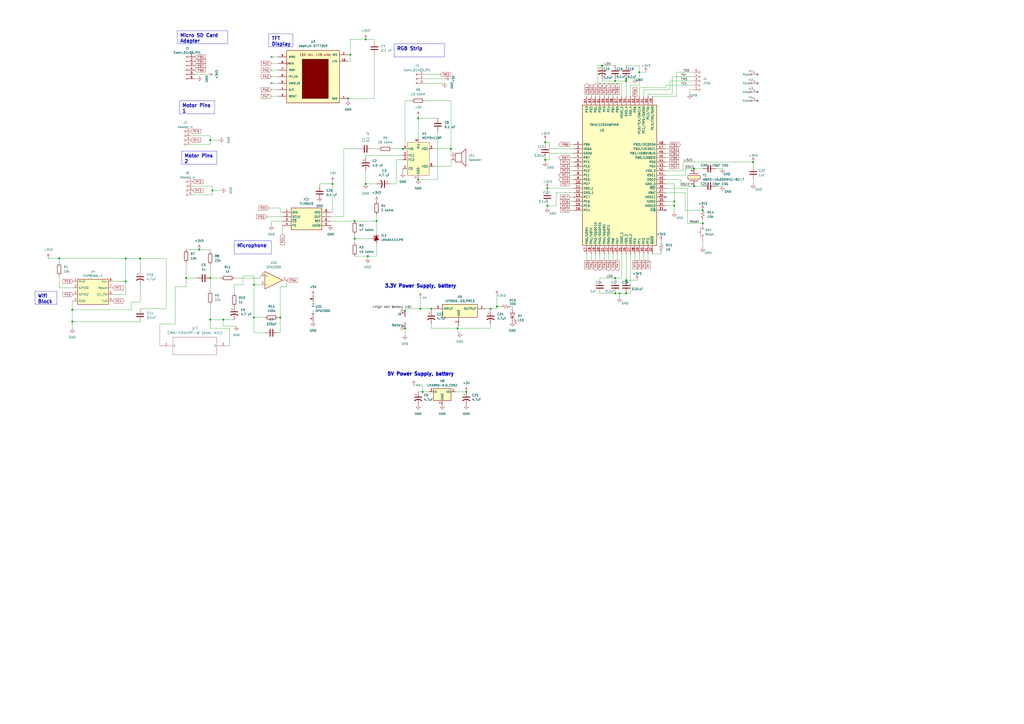
<source format=kicad_sch>
(kicad_sch (version 20231120) (generator "eeschema") (generator_version "8.0")
  (paper "A2")
  (title_block (title "ECE 445L Baseline Project") (date "2024-08-07") (rev "v1.0.1") (company "The University of Texas at Austin"))
  (junction (at 402.59 97.79))
  (junction (at 115.57 144.78))
  (junction (at 205.74 128.27))
  (junction (at 192.8391 106.68))
  (junction (at 391.16 119.38))
  (junction (at 72.9141 149.9551))
  (junction (at 121.92 81.28))
  (junction (at 391.16 116.84))
  (junction (at 316.23 92.71))
  (junction (at 317.5 119.38))
  (junction (at 407.67 121.92))
  (junction (at 234.95 180.34))
  (junction (at 162.56 184.15))
  (junction (at 242.57 104.14))
  (junction (at 356.87 170.18))
  (junction (at 356.87 161.29))
  (junction (at 270.51 227.33))
  (junction (at 234.95 190.5))
  (junction (at 123.19 110.49))
  (junction (at 212.09 22.86))
  (junction (at 370.84 41.91))
  (junction (at 121.92 161.29))
  (junction (at 107.95 161.29))
  (junction (at 205.74 138.43))
  (junction (at 363.22 45.72))
  (junction (at 203.2 31.75))
  (junction (at 41.91 186.5977))
  (junction (at 363.22 170.18))
  (junction (at 34.29 149.86))
  (junction (at 284.48 179.07))
  (junction (at 317.5 109.22))
  (junction (at 243.84 179.07))
  (junction (at 250.19 179.07))
  (junction (at 41.91 179.6815))
  (junction (at 349.25 38.1))
  (junction (at 288.29 177.8))
  (junction (at 212.09 106.68))
  (junction (at 316.23 82.55))
  (junction (at 72.9141 163.1923))
  (junction (at 356.87 46.99))
  (junction (at 261.62 86.36))
  (junction (at 363.22 162.56))
  (junction (at 242.57 68.58))
  (junction (at 265.43 190.5))
  (junction (at 147.32 184.15))
  (junction (at 81.28 149.9551))
  (junction (at 359.41 170.18))
  (junction (at 363.22 46.99))
  (junction (at 121.92 185.42))
  (junction (at 129.54 185.42))
  (junction (at 218.44 128.27))
  (junction (at 436.88 93.98))
  (junction (at 147.32 165.1))
  (junction (at 407.67 129.54))
  (junction (at 402.59 107.95))
  (junction (at 233.68 86.36))
  (junction (at 245.11 227.33))
  (junction (at 213.36 148.59))
  (junction (at 201.93 57.15))
  (no_connect (at 157.48 33.02))
  (no_connect (at 439.42 58.42))
  (no_connect (at 157.48 48.26))
  (no_connect (at 439.42 48.26))
  (no_connect (at 386.08 114.3))
  (no_connect (at 439.42 43.18))
  (no_connect (at 439.42 53.34))
  (no_connect (at 386.08 121.92))
  (wire (pts (xy 375.92 54.61) (xy 389.89 54.61)))
  (wire (pts (xy 265.43 190.5) (xy 265.43 193.04)))
  (wire (pts (xy 212.09 90.17) (xy 233.68 90.17)))
  (wire (pts (xy 402.59 52.07) (xy 400.05 52.07)))
  (wire (pts (xy 147.32 184.15) (xy 147.32 193.04)))
  (wire (pts (xy 397.51 121.92) (xy 407.67 121.92)))
  (wire (pts (xy 360.68 55.88) (xy 360.68 48.26)))
  (wire (pts (xy 391.16 106.68) (xy 391.16 116.84)))
  (wire (pts (xy 201.93 57.15) (xy 201.93 58.42)))
  (wire (pts (xy 114.3 161.29) (xy 107.95 161.29)))
  (wire (pts (xy 330.2 106.68) (xy 332.74 106.68)))
  (wire (pts (xy 110.49 78.74) (xy 121.92 78.74)))
  (wire (pts (xy 386.08 99.06) (xy 396.24 99.06)))
  (wire (pts (xy 388.62 52.07) (xy 388.62 46.99)))
  (wire (pts (xy 81.28 149.9551) (xy 96.52 149.9551)))
  (wire (pts (xy 284.48 187.96) (xy 284.48 190.5)))
  (wire (pts (xy 34.29 149.86) (xy 34.29 152.4)))
  (wire (pts (xy 140.97 160.02) (xy 147.32 160.02)))
  (wire (pts (xy 363.22 45.72) (xy 368.3 45.72)))
  (wire (pts (xy 436.88 93.98) (xy 436.88 96.52)))
  (wire (pts (xy 96.52 179.07) (xy 81.28 179.07)))
  (wire (pts (xy 205.74 128.27) (xy 218.44 128.27)))
  (wire (pts (xy 370.84 41.91) (xy 370.84 49.53)))
  (wire (pts (xy 392.43 55.88) (xy 392.43 41.91)))
  (wire (pts (xy 386.08 109.22) (xy 398.78 109.22)))
  (wire (pts (xy 378.46 147.32) (xy 383.54 147.32)))
  (wire (pts (xy 330.2 99.06) (xy 332.74 99.06)))
  (wire (pts (xy 27.94 149.86) (xy 34.29 149.86)))
  (wire (pts (xy 342.9 147.32) (xy 342.9 151.13)))
  (wire (pts (xy 386.08 83.82) (xy 388.62 83.82)))
  (wire (pts (xy 340.36 147.32) (xy 340.36 151.13)))
  (wire (pts (xy 157.48 40.64) (xy 161.29 40.64)))
  (wire (pts (xy 135.89 170.18) (xy 135.89 165.1)))
  (wire (pts (xy 76.2 175.26) (xy 76.2 179.6815)))
  (wire (pts (xy 261.62 96.52) (xy 261.62 92.71)))
  (wire (pts (xy 201.93 31.75) (xy 203.2 31.75)))
  (wire (pts (xy 363.22 170.18) (xy 359.41 170.18)))
  (wire (pts (xy 250.19 179.07) (xy 250.19 180.34)))
  (wire (pts (xy 386.08 50.8) (xy 386.08 49.53)))
  (wire (pts (xy 288.29 179.07) (xy 288.29 177.8)))
  (wire (pts (xy 121.92 176.53) (xy 121.92 185.42)))
  (wire (pts (xy 121.92 144.78) (xy 121.92 146.05)))
  (wire (pts (xy 297.18 177.8) (xy 297.18 179.07)))
  (wire (pts (xy 360.68 48.26) (xy 346.71 48.26)))
  (wire (pts (xy 316.23 92.71) (xy 316.23 93.98)))
  (wire (pts (xy 246.38 48.26) (xy 256.54 48.26)))
  (wire (pts (xy 123.19 107.95) (xy 123.19 110.49)))
  (wire (pts (xy 121.92 190.5) (xy 121.92 185.42)))
  (wire (pts (xy 157.48 48.26) (xy 161.29 48.26)))
  (wire (pts (xy 72.9141 163.1923) (xy 72.9141 170.8123)))
  (wire (pts (xy 34.29 149.8573) (xy 34.29 149.86)))
  (wire (pts (xy 157.48 36.83) (xy 161.29 36.83)))
  (wire (pts (xy 383.54 139.7) (xy 383.54 140.97)))
  (wire (pts (xy 81.28 175.26) (xy 76.2 175.26)))
  (wire (pts (xy 370.84 147.32) (xy 370.84 151.13)))
  (wire (pts (xy 218.44 135.89) (xy 218.44 128.27)))
  (wire (pts (xy 128.27 161.29) (xy 121.92 161.29)))
  (wire (pts (xy 133.35 200.66) (xy 133.35 190.5)))
  (wire (pts (xy 96.52 149.9551) (xy 96.52 179.07)))
  (wire (pts (xy 123.19 110.49) (xy 123.19 113.03)))
  (wire (pts (xy 350.52 54.61) (xy 350.52 55.88)))
  (wire (pts (xy 120.65 43.18) (xy 113.03 43.18)))
  (wire (pts (xy 349.25 46.99) (xy 356.87 46.99)))
  (wire (pts (xy 407.67 139.7) (xy 407.67 143.51)))
  (wire (pts (xy 110.49 83.82) (xy 121.92 83.82)))
  (wire (pts (xy 281.94 179.07) (xy 284.48 179.07)))
  (wire (pts (xy 157.48 130.81) (xy 157.48 128.27)))
  (wire (pts (xy 203.2 22.86) (xy 203.2 31.75)))
  (wire (pts (xy 157.48 128.27) (xy 163.83 128.27)))
  (wire (pts (xy 205.74 138.43) (xy 215.9 138.43)))
  (wire (pts (xy 407.67 127) (xy 407.67 129.54)))
  (wire (pts (xy 345.44 54.61) (xy 345.44 55.88)))
  (wire (pts (xy 205.74 135.89) (xy 205.74 138.43)))
  (wire (pts (xy 217.17 22.86) (xy 217.17 24.13)))
  (wire (pts (xy 290.83 177.8) (xy 288.29 177.8)))
  (wire (pts (xy 135.89 165.1) (xy 140.97 165.1)))
  (wire (pts (xy 353.06 147.32) (xy 353.06 151.13)))
  (wire (pts (xy 363.22 162.56) (xy 369.57 162.56)))
  (wire (pts (xy 41.91 186.5977) (xy 41.91 190.5)))
  (wire (pts (xy 386.08 86.36) (xy 388.62 86.36)))
  (wire (pts (xy 391.16 119.38) (xy 391.16 123.19)))
  (wire (pts (xy 81.28 157.48) (xy 81.28 149.9551)))
  (wire (pts (xy 386.08 91.44) (xy 388.62 91.44)))
  (wire (pts (xy 386.08 101.6) (xy 397.51 101.6)))
  (wire (pts (xy 398.78 109.22) (xy 398.78 129.54)))
  (wire (pts (xy 375.92 147.32) (xy 375.92 151.13)))
  (wire (pts (xy 254 68.58) (xy 242.57 68.58)))
  (wire (pts (xy 71.8847 170.8123) (xy 71.8847 170.815)))
  (wire (pts (xy 317.5 118.11) (xy 317.5 119.38)))
  (wire (pts (xy 386.08 106.68) (xy 391.16 106.68)))
  (wire (pts (xy 358.14 54.61) (xy 358.14 55.88)))
  (wire (pts (xy 121.92 153.67) (xy 121.92 161.29)))
  (wire (pts (xy 386.08 119.38) (xy 391.16 119.38)))
  (wire (pts (xy 121.92 185.42) (xy 129.54 185.42)))
  (wire (pts (xy 157.48 33.02) (xy 161.29 33.02)))
  (wire (pts (xy 233.68 97.79) (xy 233.68 100.33)))
  (wire (pts (xy 43.18 186.69) (xy 81.28 186.69)))
  (wire (pts (xy 346.71 48.26) (xy 346.71 38.1)))
  (wire (pts (xy 242.57 227.33) (xy 245.11 227.33)))
  (wire (pts (xy 151.13 161.29) (xy 151.13 160.02)))
  (wire (pts (xy 317.5 119.38) (xy 317.5 120.65)))
  (wire (pts (xy 386.08 88.9) (xy 388.62 88.9)))
  (wire (pts (xy 162.56 184.15) (xy 161.29 184.15)))
  (wire (pts (xy 191.77 125.73) (xy 199.39 125.73)))
  (wire (pts (xy 347.98 170.18) (xy 356.87 170.18)))
  (wire (pts (xy 157.48 52.07) (xy 161.29 52.07)))
  (wire (pts (xy 185.42 114.3) (xy 185.42 115.57)))
  (wire (pts (xy 330.2 101.6) (xy 332.74 101.6)))
  (wire (pts (xy 147.32 184.15) (xy 153.67 184.15)))
  (wire (pts (xy 349.25 38.1) (xy 356.87 38.1)))
  (wire (pts (xy 330.2 121.92) (xy 332.74 121.92)))
  (wire (pts (xy 218.44 148.59) (xy 213.36 148.59)))
  (wire (pts (xy 234.95 179.07) (xy 243.84 179.07)))
  (wire (pts (xy 135.89 161.29) (xy 151.13 161.29)))
  (wire (pts (xy 226.06 106.68) (xy 229.87 106.68)))
  (wire (pts (xy 234.95 190.5) (xy 234.95 194.31)))
  (wire (pts (xy 212.09 106.68) (xy 212.09 99.06)))
  (wire (pts (xy 162.56 120.65) (xy 162.56 123.19)))
  (wire (pts (xy 370.84 50.8) (xy 386.08 50.8)))
  (wire (pts (xy 34.29 167.005) (xy 42.545 167.005)))
  (wire (pts (xy 261.62 86.36) (xy 261.62 90.17)))
  (wire (pts (xy 114.3 45.72) (xy 113.03 45.72)))
  (wire (pts (xy 121.92 78.74) (xy 121.92 81.28)))
  (wire (pts (xy 295.91 177.8) (xy 297.18 177.8)))
  (wire (pts (xy 72.9141 163.1923) (xy 65.405 163.1923)))
  (wire (pts (xy 245.11 223.52) (xy 245.11 227.33)))
  (wire (pts (xy 397.51 97.79) (xy 402.59 97.79)))
  (wire (pts (xy 193.04 106.68) (xy 193.04 105.41)))
  (wire (pts (xy 162.56 193.04) (xy 161.29 193.04)))
  (wire (pts (xy 358.14 147.32) (xy 358.14 151.13)))
  (wire (pts (xy 107.95 152.4) (xy 107.95 161.29)))
  (wire (pts (xy 205.74 138.43) (xy 205.74 140.97)))
  (wire (pts (xy 332.74 88.9) (xy 318.77 88.9)))
  (wire (pts (xy 245.11 227.33) (xy 248.92 227.33)))
  (wire (pts (xy 43.18 186.5977) (xy 43.18 186.69)))
  (wire (pts (xy 330.2 104.14) (xy 332.74 104.14)))
  (wire (pts (xy 242.57 68.58) (xy 242.57 80.01)))
  (wire (pts (xy 373.38 52.07) (xy 388.62 52.07)))
  (wire (pts (xy 318.77 88.9) (xy 318.77 92.71)))
  (wire (pts (xy 398.78 129.54) (xy 407.67 129.54)))
  (wire (pts (xy 388.62 46.99) (xy 402.59 46.99)))
  (wire (pts (xy 396.24 93.98) (xy 436.88 93.98)))
  (wire (pts (xy 250.19 179.07) (xy 251.46 179.07)))
  (wire (pts (xy 71.8847 170.8123) (xy 72.9141 170.8123)))
  (wire (pts (xy 157.48 44.45) (xy 161.29 44.45)))
  (wire (pts (xy 363.22 46.99) (xy 363.22 55.88)))
  (wire (pts (xy 72.9141 149.8573) (xy 72.9141 149.9551)))
  (wire (pts (xy 218.44 106.68) (xy 212.09 106.68)))
  (wire (pts (xy 360.68 147.32) (xy 360.68 161.29)))
  (wire (pts (xy 107.95 161.29) (xy 107.95 166.37)))
  (wire (pts (xy 43.18 186.5977) (xy 41.91 186.5977)))
  (wire (pts (xy 355.6 54.61) (xy 355.6 55.88)))
  (wire (pts (xy 375.92 55.88) (xy 375.92 54.61)))
  (wire (pts (xy 330.2 114.3) (xy 332.74 114.3)))
  (wire (pts (xy 284.48 179.07) (xy 288.29 179.07)))
  (wire (pts (xy 347.98 54.61) (xy 347.98 55.88)))
  (wire (pts (xy 229.87 92.71) (xy 233.68 92.71)))
  (wire (pts (xy 370.84 38.1) (xy 370.84 41.91)))
  (wire (pts (xy 71.8847 170.815) (xy 65.405 170.815)))
  (wire (pts (xy 389.89 44.45) (xy 402.59 44.45)))
  (wire (pts (xy 355.6 147.32) (xy 355.6 151.13)))
  (wire (pts (xy 34.29 149.8573) (xy 72.9141 149.8573)))
  (wire (pts (xy 135.89 185.42) (xy 129.54 185.42)))
  (wire (pts (xy 386.08 111.76) (xy 397.51 111.76)))
  (wire (pts (xy 288.29 171.45) (xy 288.29 177.8)))
  (wire (pts (xy 261.62 58.42) (xy 261.62 86.36)))
  (wire (pts (xy 330.2 93.98) (xy 332.74 93.98)))
  (wire (pts (xy 234.95 86.36) (xy 234.95 58.42)))
  (wire (pts (xy 317.5 109.22) (xy 317.5 110.49)))
  (wire (pts (xy 316.23 82.55) (xy 318.77 82.55)))
  (wire (pts (xy 192.8391 106.68) (xy 192.8391 123.19)))
  (wire (pts (xy 41.91 174.625) (xy 42.545 174.625)))
  (wire (pts (xy 400.05 52.07) (xy 400.05 54.61)))
  (wire (pts (xy 265.43 193.04) (xy 266.7 193.04)))
  (wire (pts (xy 212.09 22.86) (xy 203.2 22.86)))
  (wire (pts (xy 415.29 107.95) (xy 419.1 107.95)))
  (wire (pts (xy 396.24 99.06) (xy 396.24 93.98)))
  (wire (pts (xy 284.48 179.07) (xy 284.48 180.34)))
  (wire (pts (xy 356.87 46.99) (xy 363.22 46.99)))
  (wire (pts (xy 111.76 113.03) (xy 123.19 113.03)))
  (wire (pts (xy 349.25 45.72) (xy 349.25 46.99)))
  (wire (pts (xy 233.68 86.36) (xy 234.95 86.36)))
  (wire (pts (xy 147.32 193.04) (xy 153.67 193.04)))
  (wire (pts (xy 363.22 147.32) (xy 363.22 162.56)))
  (wire (pts (xy 394.97 107.95) (xy 402.59 107.95)))
  (wire (pts (xy 191.77 128.27) (xy 205.74 128.27)))
  (wire (pts (xy 162.56 184.15) (xy 162.56 193.04)))
  (wire (pts (xy 251.46 96.52) (xy 261.62 96.52)))
  (wire (pts (xy 265.43 190.5) (xy 284.48 190.5)))
  (wire (pts (xy 316.23 81.28) (xy 316.23 82.55)))
  (wire (pts (xy 201.93 35.56) (xy 203.2 35.56)))
  (wire (pts (xy 101.6 187.96) (xy 101.6 166.37)))
  (wire (pts (xy 213.36 148.59) (xy 213.36 149.86)))
  (wire (pts (xy 157.48 55.88) (xy 161.29 55.88)))
  (wire (pts (xy 243.84 172.72) (xy 243.84 179.07)))
  (wire (pts (xy 332.74 109.22) (xy 317.5 109.22)))
  (wire (pts (xy 218.44 140.97) (xy 218.44 148.59)))
  (wire (pts (xy 240.03 223.52) (xy 245.11 223.52)))
  (wire (pts (xy 218.44 124.46) (xy 218.44 128.27)))
  (wire (pts (xy 234.95 58.42) (xy 238.76 58.42)))
  (wire (pts (xy 246.38 45.72) (xy 257.81 45.72)))
  (wire (pts (xy 121.92 81.28) (xy 121.92 83.82)))
  (wire (pts (xy 192.8391 106.68) (xy 193.04 106.68)))
  (wire (pts (xy 123.19 110.49) (xy 128.27 110.49)))
  (wire (pts (xy 386.08 116.84) (xy 391.16 116.84)))
  (wire (pts (xy 101.6 166.37) (xy 107.95 166.37)))
  (wire (pts (xy 386.08 49.53) (xy 402.59 49.53)))
  (wire (pts (xy 265.43 189.23) (xy 265.43 190.5)))
  (wire (pts (xy 353.06 54.61) (xy 353.06 55.88)))
  (wire (pts (xy 347.98 162.56) (xy 347.98 161.29)))
  (wire (pts (xy 250.19 190.5) (xy 265.43 190.5)))
  (wire (pts (xy 115.57 144.78) (xy 121.92 144.78)))
  (wire (pts (xy 330.2 119.38) (xy 332.74 119.38)))
  (wire (pts (xy 107.95 144.78) (xy 115.57 144.78)))
  (wire (pts (xy 330.2 96.52) (xy 332.74 96.52)))
  (wire (pts (xy 415.29 97.79) (xy 419.1 97.79)))
  (wire (pts (xy 365.76 147.32) (xy 365.76 170.18)))
  (wire (pts (xy 147.32 165.1) (xy 147.32 184.15)))
  (wire (pts (xy 234.95 180.34) (xy 234.95 179.07)))
  (wire (pts (xy 129.54 189.23) (xy 129.54 185.42)))
  (wire (pts (xy 147.32 165.1) (xy 151.13 165.1)))
  (wire (pts (xy 217.17 57.15) (xy 201.93 57.15)))
  (wire (pts (xy 246.38 43.18) (xy 255.27 43.18)))
  (wire (pts (xy 347.98 161.29) (xy 356.87 161.29)))
  (wire (pts (xy 340.36 54.61) (xy 340.36 55.88)))
  (wire (pts (xy 374.65 41.91) (xy 370.84 41.91)))
  (wire (pts (xy 162.56 184.15) (xy 162.56 166.37)))
  (wire (pts (xy 227.33 86.36) (xy 233.68 86.36)))
  (wire (pts (xy 373.38 147.32) (xy 373.38 151.13)))
  (wire (pts (xy 386.08 93.98) (xy 388.62 93.98)))
  (wire (pts (xy 229.87 106.68) (xy 229.87 92.71)))
  (wire (pts (xy 166.37 166.37) (xy 166.37 162.56)))
  (wire (pts (xy 373.38 55.88) (xy 373.38 52.07)))
  (wire (pts (xy 121.92 168.91) (xy 121.92 161.29)))
  (wire (pts (xy 330.2 116.84) (xy 332.74 116.84)))
  (wire (pts (xy 81.28 149.9551) (xy 72.9141 149.9551)))
  (wire (pts (xy 330.2 91.44) (xy 332.74 91.44)))
  (wire (pts (xy 318.77 86.36) (xy 318.77 82.55)))
  (wire (pts (xy 402.59 107.95) (xy 407.67 107.95)))
  (wire (pts (xy 345.44 147.32) (xy 345.44 151.13)))
  (wire (pts (xy 92.71 200.66) (xy 92.71 187.96)))
  (wire (pts (xy 154.94 125.73) (xy 163.83 125.73)))
  (wire (pts (xy 185.42 106.68) (xy 185.42 107.95)))
  (wire (pts (xy 365.76 170.18) (xy 363.22 170.18)))
  (wire (pts (xy 217.17 31.75) (xy 217.17 57.15)))
  (wire (pts (xy 147.32 160.02) (xy 147.32 165.1)))
  (wire (pts (xy 199.39 86.36) (xy 208.28 86.36)))
  (wire (pts (xy 356.87 45.72) (xy 356.87 46.99)))
  (wire (pts (xy 370.84 38.1) (xy 363.22 38.1)))
  (wire (pts (xy 162.56 123.19) (xy 163.83 123.19)))
  (wire (pts (xy 121.92 81.28) (xy 127 81.28)))
  (wire (pts (xy 156.21 120.65) (xy 162.56 120.65)))
  (wire (pts (xy 242.57 68.58) (xy 242.57 67.31)))
  (wire (pts (xy 212.09 91.44) (xy 212.09 90.17)))
  (wire (pts (xy 322.58 111.76) (xy 322.58 119.38)))
  (wire (pts (xy 163.83 135.89) (xy 163.83 130.81)))
  (wire (pts (xy 72.9141 149.9551) (xy 72.9141 163.1923)))
  (wire (pts (xy 251.46 86.36) (xy 261.62 86.36)))
  (wire (pts (xy 350.52 147.32) (xy 350.52 151.13)))
  (wire (pts (xy 76.2 179.6815) (xy 41.91 179.6815)))
  (wire (pts (xy 368.3 147.32) (xy 368.3 151.13)))
  (wire (pts (xy 185.42 106.68) (xy 192.8391 106.68)))
  (wire (pts (xy 330.2 83.82) (xy 332.74 83.82)))
  (wire (pts (xy 162.56 166.37) (xy 166.37 166.37)))
  (wire (pts (xy 397.51 111.76) (xy 397.51 121.92)))
  (wire (pts (xy 389.89 54.61) (xy 389.89 44.45)))
  (wire (pts (xy 203.2 35.56) (xy 203.2 31.75)))
  (wire (pts (xy 386.08 96.52) (xy 388.62 96.52)))
  (wire (pts (xy 65.405 163.1923) (xy 65.405 163.195)))
  (wire (pts (xy 41.91 179.6815) (xy 41.91 174.625)))
  (wire (pts (xy 392.43 41.91) (xy 402.59 41.91)))
  (wire (pts (xy 342.9 54.61) (xy 342.9 55.88)))
  (wire (pts (xy 383.54 147.32) (xy 383.54 146.05)))
  (wire (pts (xy 192.8391 123.19) (xy 191.77 123.19)))
  (wire (pts (xy 386.08 104.14) (xy 394.97 104.14)))
  (wire (pts (xy 356.87 170.18) (xy 359.41 170.18)))
  (wire (pts (xy 265.43 189.23) (xy 266.065 189.23)))
  (wire (pts (xy 365.76 49.53) (xy 370.84 49.53)))
  (wire (pts (xy 370.84 55.88) (xy 370.84 50.8)))
  (wire (pts (xy 332.74 111.76) (xy 322.58 111.76)))
  (wire (pts (xy 246.38 58.42) (xy 261.62 58.42)))
  (wire (pts (xy 318.77 92.71) (xy 316.23 92.71)))
  (wire (pts (xy 205.74 148.59) (xy 213.36 148.59)))
  (wire (pts (xy 137.16 189.23) (xy 129.54 189.23)))
  (wire (pts (xy 363.22 45.72) (xy 363.22 46.99)))
  (wire (pts (xy 250.19 187.96) (xy 250.19 190.5)))
  (wire (pts (xy 360.68 161.29) (xy 356.87 161.29)))
  (wire (pts (xy 318.77 86.36) (xy 332.74 86.36)))
  (wire (pts (xy 243.84 179.07) (xy 250.19 179.07)))
  (wire (pts (xy 215.9 86.36) (xy 219.71 86.36)))
  (wire (pts (xy 391.16 116.84) (xy 391.16 119.38)))
  (wire (pts (xy 347.98 147.32) (xy 347.98 151.13)))
  (wire (pts (xy 254 76.2) (xy 254 104.14)))
  (wire (pts (xy 254 104.14) (xy 242.57 104.14)))
  (wire (pts (xy 359.41 170.18) (xy 359.41 172.72)))
  (wire (pts (xy 81.28 165.1) (xy 81.28 175.26)))
  (wire (pts (xy 356.87 161.29) (xy 356.87 162.56)))
  (wire (pts (xy 92.71 187.96) (xy 101.6 187.96)))
  (wire (pts (xy 111.76 107.95) (xy 123.19 107.95)))
  (wire (pts (xy 199.39 125.73) (xy 199.39 86.36)))
  (wire (pts (xy 256.54 48.26) (xy 256.54 49.53)))
  (wire (pts (xy 378.46 55.88) (xy 392.43 55.88)))
  (wire (pts (xy 402.59 97.79) (xy 407.67 97.79)))
  (wire (pts (xy 394.97 104.14) (xy 394.97 107.95)))
  (wire (pts (xy 270.51 227.33) (xy 264.16 227.33)))
  (wire (pts (xy 140.97 165.1) (xy 140.97 160.02)))
  (wire (pts (xy 436.88 104.14) (xy 436.88 106.68)))
  (wire (pts (xy 217.17 22.86) (xy 212.09 22.86)))
  (wire (pts (xy 397.51 101.6) (xy 397.51 97.79)))
  (wire (pts (xy 41.91 186.5977) (xy 41.91 179.6815)))
  (wire (pts (xy 316.23 91.44) (xy 316.23 92.71)))
  (wire (pts (xy 34.29 160.02) (xy 34.29 167.005)))
  (wire (pts (xy 322.58 119.38) (xy 317.5 119.38)))
  (wire (pts (xy 346.71 38.1) (xy 349.25 38.1)))
  (wire (pts (xy 365.76 55.88) (xy 365.76 49.53)))
  (wire (pts (xy 316.23 82.55) (xy 316.23 83.82)))
  (wire (pts (xy 133.35 190.5) (xy 121.92 190.5)))
  (text_box "Microphone\n" (at 135.89 139.7 0) (size 21.59 7.62) (effects (font (size 2 2) (thickness 0.4) (bold yes)) (justify left top)))
  (text_box "RGB Strip\n\n" (at 228.6 25.4 0) (size 29.21 7.62) (effects (font (size 2 2) (thickness 0.4) (bold yes)) (justify left top)))
  (text_box "Motor Pins 2" (at 105.41 87.63 0) (size 20.32 7.62) (effects (font (size 2 2) (thickness 0.4) (bold yes)) (justify left top)))
  (text_box "Wifi Block\n" (at 20.32 168.91 0) (size 12.7 7.62) (effects (font (size 2 2) (thickness 0.4) (bold yes)) (justify left top)))
  (text_box "Micro SD Card Adapter\n" (at 102.87 17.78 0) (size 29.21 7.62) (effects (font (size 2 2) (thickness 0.4) (bold yes)) (justify left top)))
  (text_box "TFT Display" (at 155.956 19.558 0) (size 13.97 7.62) (effects (font (size 2 2) (thickness 0.4) (bold yes)) (justify left top)))
  (text_box "Motor Pins 1" (at 104.14 58.42 0) (size 20.32 7.62) (effects (font (size 2 2) (thickness 0.4) (bold yes)) (justify left top)))
  (text "3.3V Power Supply, battery\n" (at 223.012 167.132 0) (effects (font (size 2 2) (thickness 0.6) (bold yes)) (justify left bottom)))
  (text "5V Power Supply, battery\n" (at 224.536 218.186 0) (effects (font (size 2 2) (thickness 0.6) (bold yes)) (justify left bottom)))
  (label "+High Volt Battery >5V" (at 238.76 179.07 180))
  (label "TDO" (at 396.24 41.91 0))
  (label "TDI" (at 394.97 44.45 0))
  (label "LDO" (at 351.79 161.29 0))
  (label "TCK" (at 394.97 49.53 0))
  (label "OSC1" (at 397.51 97.79 0))
  (label "TMS" (at 394.97 46.99 0))
  (label "Reset" (at 400.05 129.54 0))
  (label "LDO" (at 350.52 38.1 0))
  (label "+3V3" (at 396.24 93.98 0))
  (label "OSC2" (at 394.97 107.95 0))
  (global_label "PE1" (shape output) (at 330.2 101.6 180) (property "Intersheetrefs" "${INTERSHEET_REFS}" (effects (hide yes))))
  (global_label "PF2" (shape input) (at 111.76 105.41 0) (property "Intersheetrefs" "${INTERSHEET_REFS}" (effects (hide yes))))
  (global_label "PD1" (shape output) (at 345.44 54.61 90) (property "Intersheetrefs" "${INTERSHEET_REFS}" (effects (hide yes))))
  (global_label "PD4" (shape passive) (at 388.62 96.52 0) (property "Intersheetrefs" "${INTERSHEET_REFS}" (effects (hide yes))))
  (global_label "PA5" (shape input) (at 157.48 40.64 180) (property "Intersheetrefs" "${INTERSHEET_REFS}" (effects (hide yes))))
  (global_label "PB6" (shape output) (at 330.2 83.82 180) (property "Intersheetrefs" "${INTERSHEET_REFS}" (effects (hide yes))))
  (global_label "PF0" (shape passive) (at 368.3 151.13 270) (property "Intersheetrefs" "${INTERSHEET_REFS}" (effects (hide yes))))
  (global_label "PA1" (shape passive) (at 342.9 151.13 270) (property "Intersheetrefs" "${INTERSHEET_REFS}" (effects (hide yes))))
  (global_label "PA6" (shape input) (at 157.48 52.07 180) (property "Intersheetrefs" "${INTERSHEET_REFS}" (effects (hide yes))))
  (global_label "PD0" (shape input) (at 154.94 125.73 180) (property "Intersheetrefs" "${INTERSHEET_REFS}" (effects (hide yes))))
  (global_label "PB7" (shape input) (at 113.03 38.1 0) (property "Intersheetrefs" "${INTERSHEET_REFS}" (effects (hide yes))))
  (global_label "PC5" (shape passive) (at 330.2 119.38 180) (property "Intersheetrefs" "${INTERSHEET_REFS}" (effects (hide yes))))
  (global_label "PD6" (shape passive) (at 368.3 55.88 90) (property "Intersheetrefs" "${INTERSHEET_REFS}" (effects (hide yes))))
  (global_label "PD6" (shape input) (at 166.37 162.56 0) (property "Intersheetrefs" "${INTERSHEET_REFS}" (effects (hide yes))))
  (global_label "PD1" (shape input) (at 163.83 135.89 270) (property "Intersheetrefs" "${INTERSHEET_REFS}" (effects (hide yes))))
  (global_label "PB2" (shape passive) (at 388.62 86.36 0) (property "Intersheetrefs" "${INTERSHEET_REFS}" (effects (hide yes))))
  (global_label "PB4" (shape input) (at 113.03 35.56 0) (property "Intersheetrefs" "${INTERSHEET_REFS}" (effects (hide yes))))
  (global_label "PA2" (shape output) (at 345.44 151.13 270) (property "Intersheetrefs" "${INTERSHEET_REFS}" (effects (hide yes))))
  (global_label "PC6" (shape passive) (at 330.2 116.84 180) (property "Intersheetrefs" "${INTERSHEET_REFS}" (effects (hide yes))))
  (global_label "PD3" (shape output) (at 340.36 54.61 90) (property "Intersheetrefs" "${INTERSHEET_REFS}" (effects (hide yes))))
  (global_label "PF1" (shape input) (at 110.49 81.28 0) (property "Intersheetrefs" "${INTERSHEET_REFS}" (effects (hide yes))))
  (global_label "PD3" (shape input) (at 156.21 120.65 180) (property "Intersheetrefs" "${INTERSHEET_REFS}" (effects (hide yes))))
  (global_label "PE4" (shape output) (at 353.06 54.61 90) (property "Intersheetrefs" "${INTERSHEET_REFS}" (effects (hide yes))))
  (global_label "PB0" (shape passive) (at 388.62 91.44 0) (property "Intersheetrefs" "${INTERSHEET_REFS}" (effects (hide yes))))
  (global_label "PA2" (shape input) (at 157.48 36.83 180) (property "Intersheetrefs" "${INTERSHEET_REFS}" (effects (hide yes))))
  (global_label "PD5" (shape passive) (at 388.62 93.98 0) (property "Intersheetrefs" "${INTERSHEET_REFS}" (effects (hide yes))))
  (global_label "PC7" (shape passive) (at 330.2 114.3 180) (property "Intersheetrefs" "${INTERSHEET_REFS}" (effects (hide yes))))
  (global_label "PA7" (shape output) (at 358.14 151.13 270) (property "Intersheetrefs" "${INTERSHEET_REFS}" (effects (hide yes))))
  (global_label "PF2" (shape passive) (at 373.38 151.13 270) (property "Intersheetrefs" "${INTERSHEET_REFS}" (effects (hide yes))))
  (global_label "PD7" (shape passive) (at 330.2 106.68 180) (property "Intersheetrefs" "${INTERSHEET_REFS}" (effects (hide yes))))
  (global_label "PF3" (shape input) (at 111.76 110.49 0) (property "Intersheetrefs" "${INTERSHEET_REFS}" (effects (hide yes))))
  (global_label "PE5" (shape input) (at 42.545 163.195 180) (property "Intersheetrefs" "${INTERSHEET_REFS}" (effects (hide yes))))
  (global_label "PE0" (shape output) (at 330.2 104.14 180) (property "Intersheetrefs" "${INTERSHEET_REFS}" (effects (hide yes))))
  (global_label "PB4" (shape output) (at 355.6 54.61 90) (property "Intersheetrefs" "${INTERSHEET_REFS}" (effects (hide yes))))
  (global_label "PB3" (shape input) (at 255.27 43.18 0) (property "Intersheetrefs" "${INTERSHEET_REFS}" (effects (hide yes))))
  (global_label "PD2" (shape passive) (at 342.9 54.61 90) (property "Intersheetrefs" "${INTERSHEET_REFS}" (effects (hide yes))))
  (global_label "PA7" (shape input) (at 157.48 55.88 180) (property "Intersheetrefs" "${INTERSHEET_REFS}" (effects (hide yes))))
  (global_label "PF3" (shape passive) (at 375.92 151.13 270) (property "Intersheetrefs" "${INTERSHEET_REFS}" (effects (hide yes))))
  (global_label "PB7" (shape output) (at 330.2 91.44 180) (property "Intersheetrefs" "${INTERSHEET_REFS}" (effects (hide yes))))
  (global_label "PE5" (shape output) (at 350.52 54.61 90) (property "Intersheetrefs" "${INTERSHEET_REFS}" (effects (hide yes))))
  (global_label "PF4" (shape passive) (at 330.2 93.98 180) (property "Intersheetrefs" "${INTERSHEET_REFS}" (effects (hide yes))))
  (global_label "PA0" (shape passive) (at 340.36 151.13 270) (property "Intersheetrefs" "${INTERSHEET_REFS}" (effects (hide yes))))
  (global_label "PE3" (shape passive) (at 330.2 96.52 180) (property "Intersheetrefs" "${INTERSHEET_REFS}" (effects (hide yes))))
  (global_label "PF1" (shape passive) (at 370.84 151.13 270) (property "Intersheetrefs" "${INTERSHEET_REFS}" (effects (hide yes))))
  (global_label "PB5" (shape output) (at 358.14 54.61 90) (property "Intersheetrefs" "${INTERSHEET_REFS}" (effects (hide yes))))
  (global_label "PE4" (shape input) (at 65.405 174.625 0) (property "Intersheetrefs" "${INTERSHEET_REFS}" (effects (hide yes))))
  (global_label "PA4" (shape passive) (at 350.52 151.13 270) (property "Intersheetrefs" "${INTERSHEET_REFS}" (effects (hide yes))))
  (global_label "PF0" (shape input) (at 110.49 76.2 0) (property "Intersheetrefs" "${INTERSHEET_REFS}" (effects (hide yes))))
  (global_label "PE0" (shape input) (at 42.545 170.815 180) (property "Intersheetrefs" "${INTERSHEET_REFS}" (effects (hide yes))))
  (global_label "PC4" (shape passive) (at 330.2 121.92 180) (property "Intersheetrefs" "${INTERSHEET_REFS}" (effects (hide yes))))
  (global_label "PB1" (shape passive) (at 388.62 88.9 0) (property "Intersheetrefs" "${INTERSHEET_REFS}" (effects (hide yes))))
  (global_label "PA5" (shape output) (at 353.06 151.13 270) (property "Intersheetrefs" "${INTERSHEET_REFS}" (effects (hide yes))))
  (global_label "PE1" (shape input) (at 65.405 167.005 0) (property "Intersheetrefs" "${INTERSHEET_REFS}" (effects (hide yes))))
  (global_label "PE2" (shape passive) (at 330.2 99.06 180) (property "Intersheetrefs" "${INTERSHEET_REFS}" (effects (hide yes))))
  (global_label "PB5" (shape input) (at 113.03 33.02 0) (property "Intersheetrefs" "${INTERSHEET_REFS}" (effects (hide yes))))
  (global_label "PB3" (shape output) (at 388.62 83.82 0) (property "Intersheetrefs" "${INTERSHEET_REFS}" (effects (hide yes))))
  (global_label "PB6" (shape input) (at 113.03 40.64 0) (property "Intersheetrefs" "${INTERSHEET_REFS}" (effects (hide yes))))
  (global_label "PA6" (shape output) (at 355.6 151.13 270) (property "Intersheetrefs" "${INTERSHEET_REFS}" (effects (hide yes))))
  (global_label "PA3" (shape output) (at 347.98 151.13 270) (property "Intersheetrefs" "${INTERSHEET_REFS}" (effects (hide yes))))
  (global_label "PA3" (shape input) (at 157.48 44.45 180) (property "Intersheetrefs" "${INTERSHEET_REFS}" (effects (hide yes))))
  (global_label "PD0" (shape output) (at 347.98 54.61 90) (property "Intersheetrefs" "${INTERSHEET_REFS}" (effects (hide yes))))
  (symbol (lib_id "power:GND") (at 436.88 106.68 0) (unit 1)
    (property "Reference" "#PWR038" (effects (hide yes)))
    (property "Value" "GND" (at 440.055 109.855 0))
    (property "Description" "Power symbol creates a global label with name \"GND\" , ground" (effects (hide yes)))
  )
  (symbol (lib_id "power:GND") (at 114.3 45.72 90) (unit 1)
    (property "Reference" "#PWR03" (effects (hide yes)))
    (property "Value" "GND" (at 119.888 45.72 0))
    (property "Description" "Power symbol creates a global label with name \"GND\" , ground" (effects (hide yes)))
  )
  (symbol (lib_id "ECE445L:C_Polarized") (at 242.57 231.14 0) (unit 1)
    (property "Reference" "C9" (at 245.745 229.235 0) (effects (justify left)))
    (property "Value" "4.7uF" (at 245.745 231.775 0) (effects (justify left)))
    (property "Footprint" "ECE445L:CP_Radial_Tantal200mil" (effects (hide yes)))
    (property "Description" "Polarized capacitor, US symbol" (effects (hide yes)))
  )
  (symbol (lib_id "power:+3V3") (at 218.44 116.84 0) (unit 1)
    (property "Reference" "#PWR08" (effects (hide yes)))
    (property "Value" "+3V3" (at 218.44 111.76 0))
    (property "Description" "Power symbol creates a global label with name \"+3V3\"" (effects (hide yes)))
  )
  (symbol (lib_id "power:GND") (at 242.57 104.14 0) (unit 1)
    (property "Reference" "#PWR011" (effects (hide yes)))
    (property "Value" "GND" (at 242.57 109.22 0))
    (property "Description" "Power symbol creates a global label with name \"GND\" , ground" (effects (hide yes)))
  )
  (symbol (lib_id "ECE445L:R_0.125W") (at 383.54 143.51 0) (unit 1)
    (property "Reference" "R13" (at 386.08 142.24 0) (effects (justify left)))
    (property "Value" "1M" (at 386.08 144.78 0) (effects (justify left)))
    (property "Footprint" "ECE445L:R_Axial_DIN0204_L3.6mm_D1.6mm_P7.62mm_Horizontal" (effects (hide yes)))
    (property "Datasheet" "https://users.ece.utexas.edu/~valvano/mspm0/CarbonFilmresistors.pdf" (effects (hide yes)))
    (property "Description" "Resistor, small US symbol" (effects (hide yes)))
  )
  (symbol (lib_id "power:GND") (at 316.23 93.98 0) (unit 1)
    (property "Reference" "#PWR023" (effects (hide yes)))
    (property "Value" "GND" (at 319.405 97.155 0))
    (property "Description" "Power symbol creates a global label with name \"GND\" , ground" (effects (hide yes)))
  )
  (symbol (lib_id "power:GND") (at 185.42 114.3 0) (unit 1)
    (property "Reference" "#PWR049" (effects (hide yes)))
    (property "Value" "GND" (at 185.42 119.38 0))
    (property "Description" "Power symbol creates a global label with name \"GND\" , ground" (effects (hide yes)))
  )
  (symbol (lib_id "Device:R") (at 218.44 120.65 0) (unit 1)
    (property "Reference" "R4" (at 220.98 119.3799 0) (effects (justify left)))
    (property "Value" "2 kohm" (at 220.98 121.9199 0) (effects (justify left)))
    (property "Footprint" "ECE445L:R_Axial_DIN0204_L3.6mm_D1.6mm_P7.62mm_Horizontal" (effects (hide yes)))
    (property "Description" "Resistor" (effects (hide yes)))
  )
  (symbol (lib_id "power:GND") (at 201.93 58.42 0) (unit 1)
    (property "Reference" "#PWR015" (effects (hide yes)))
    (property "Value" "GND" (at 201.93 63.5 0))
    (property "Description" "Power symbol creates a global label with name \"GND\" , ground" (effects (hide yes)))
  )
  (symbol (lib_id "ECE445L:C") (at 356.87 41.91 0) (unit 1)
    (property "Reference" "C16" (at 357.505 40.005 0) (effects (justify left)))
    (property "Value" "0.1uF" (at 357.505 44.45 0) (effects (justify left)))
    (property "Footprint" "ECE445L:C_Axial_200mil" (effects (hide yes)))
    (property "Description" "Unpolarized capacitor" (effects (hide yes)))
  )
  (symbol (lib_id "ECE445L:MountingHole") (at 439.42 43.18 0) (unit 1)
    (property "Reference" "H1" (at 435.61 41.275 0))
    (property "Value" "~" (at 439.42 43.18 0))
    (property "Footprint" "ECE445L:MountingHole_4_40" (effects (hide yes)))
    (property "Description" "Drill hole for 4-40 screw" (effects (hide yes)))
  )
  (symbol (lib_id "power:GND") (at 128.27 110.49 90) (unit 1)
    (property "Reference" "#PWR020" (effects (hide yes)))
    (property "Value" "GND" (at 133.858 110.49 0))
    (property "Description" "Power symbol creates a global label with name \"GND\" , ground" (effects (hide yes)))
  )
  (symbol (lib_id "ECE445L:Header_2") (at 234.95 185.42 90) (unit 1)
    (property "Reference" "J5" (at 230.505 182.245 90) (effects (justify right)))
    (property "Value" "Battery" (at 227.33 188.595 90) (effects (justify right)))
    (property "Footprint" "ECE445L:PinHeader_1x02_P2.54mm_Vertical" (effects (hide yes)))
    (property "Description" "Header, 2-pole" (effects (hide yes)))
  )
  (symbol (lib_id "power:PWR_FLAG") (at 234.95 180.34 90) (unit 1)
    (property "Reference" "#FLG01" (effects (hide yes)))
    (property "Value" "PWR_FLAG" (effects (hide yes)))
    (property "Description" "Special symbol for telling ERC where power comes from" (effects (hide yes)))
  )
  (symbol (lib_id "ECE445L:LP2950-33LPRE3") (at 251.46 179.07 0) (unit 1)
    (property "Reference" "U6" (at 266.7 172.085 0))
    (property "Value" "LP2950-33LPRE3" (at 266.7 174.625 0))
    (property "Footprint" "ECE445L:TL431CLPM" (effects (hide yes)))
    (property "Datasheet" "http://www.ti.com/lit/gpn/lp2950" (effects (hide yes)))
    (property "Description" "Adjustable Micropower Voltage Regulator With Shutdown" (effects (hide yes)))
    (property "Height" "9.34" (effects (hide yes)))
    (property "Mouser Part Number" "595-LP2950-33LPRE3" (effects (hide yes)))
    (property "Mouser Price/Stock" "https://www.mouser.co.uk/ProductDetail/Texas-Instruments/LP2950-33LPRE3?qs=iSMark9AYDUagDsOL8Eqdw%3D%3D" (effects (hide yes)))
    (property "Manufacturer_Name" "Texas Instruments" (effects (hide yes)))
    (property "Manufacturer_Part_Number" "LP2950-33LPRE3" (effects (hide yes)))
  )
  (symbol (lib_id "Device:R") (at 34.29 156.21 0) (unit 1)
    (property "Reference" "R1" (at 36.83 154.9399 0) (effects (justify left)))
    (property "Value" "10k" (at 36.83 157.4799 0) (effects (justify left)))
    (property "Footprint" "ECE445L:R_Axial_DIN0204_L3.6mm_D1.6mm_P7.62mm_Horizontal" (effects (hide yes)))
    (property "Description" "Resistor" (effects (hide yes)))
  )
  (symbol (lib_id "power:+3V3") (at 243.84 172.72 0) (unit 1)
    (property "Reference" "#PWR019" (effects (hide yes)))
    (property "Value" "HV" (at 246.38 172.72 0))
    (property "Description" "Power symbol creates a global label with name \"+3V3\"" (effects (hide yes)))
  )
  (symbol (lib_id "power:GND") (at 419.1 97.79 0) (unit 1)
    (property "Reference" "#PWR035" (effects (hide yes)))
    (property "Value" "GND" (at 421.64 100.965 0))
    (property "Description" "Power symbol creates a global label with name \"GND\" , ground" (effects (hide yes)))
  )
  (symbol (lib_id "ECE445L:MountingHole") (at 439.42 48.26 0) (unit 1)
    (property "Reference" "H2" (at 435.61 46.355 0))
    (property "Value" "~" (at 439.42 48.26 0))
    (property "Footprint" "ECE445L:MountingHole_4_40" (effects (hide yes)))
    (property "Description" "Drill hole for 4-40 screw" (effects (hide yes)))
  )
  (symbol (lib_id "ECE445L:Header_4") (at 106.68 107.95 0) (unit 1)
    (property "Reference" "J6" (at 108.6485 100.33 0))
    (property "Value" "Header_4" (at 108.6485 102.87 0))
    (property "Footprint" "ECE445L:PinHeader_1x04_P2.54mm_Vertical" (effects (hide yes)))
    (property "Description" "Header, 4-pin" (effects (hide yes)))
  )
  (symbol (lib_id "power:+3V3") (at 316.23 81.28 0) (unit 1)
    (property "Reference" "#PWR022" (effects (hide yes)))
    (property "Value" "+3V3" (at 316.23 77.47 0))
    (property "Description" "Power symbol creates a global label with name \"+3V3\"" (effects (hide yes)))
  )
  (symbol (lib_id "power:+5V") (at 181.61 171.45 0) (unit 1)
    (property "Reference" "#PWR050" (effects (hide yes)))
    (property "Value" "+5V" (at 181.61 166.37 0))
    (property "Description" "Power symbol creates a global label with name \"+5V\"" (effects (hide yes)))
  )
  (symbol (lib_id "power:+3V3") (at 257.81 45.72 270) (unit 1)
    (property "Reference" "#PWR018" (effects (hide yes)))
    (property "Value" "+5V" (at 262.89 45.72 0))
    (property "Description" "Power symbol creates a global label with name \"+3V3\"" (effects (hide yes)))
  )
  (symbol (lib_id "ECE445L:LED") (at 298.45 182.88 0) (unit 1)
    (property "Reference" "D1" (at 300.355 183.1975 0) (effects (justify left)))
    (property "Value" "LED" (at 300.355 185.7375 0) (effects (justify left)))
    (property "Footprint" "ECE445L:LED_D5.0mm" (effects (hide yes)))
    (property "Datasheet" "https://users.ece.utexas.edu/~valvano/mspm0/HLMP-4700.pdf" (effects (hide yes)))
    (property "Description" "Light emitting diode" (effects (hide yes)))
  )
  (symbol (lib_id "ECE445L:C") (at 363.22 166.37 0) (unit 1)
    (property "Reference" "C19" (at 360.68 163.83 0) (effects (justify left)))
    (property "Value" "0.01uF" (at 366.395 167.64 0) (effects (justify left)))
    (property "Footprint" "ECE445L:C_Axial_200mil" (effects (hide yes)))
    (property "Description" "Unpolarized capacitor" (effects (hide yes)))
  )
  (symbol (lib_id "ECE445L:OPA2350") (at 158.75 162.56 0) (unit 1)
    (property "Reference" "U2" (at 158.75 152.4 0))
    (property "Value" "OPA2350" (at 158.75 154.94 0))
    (property "Footprint" "ECE445L:DIP-8_W7.62mm_LongPads" (effects (hide yes)))
    (property "Datasheet" "http://www.ti.com/lit/ds/symlink/opa2350.pdf" (effects (hide yes)))
    (property "Description" "Precision, 38-MHz, Low-Noise, Low-Power, RRIO, CMOS Operational Amplifier, DIP-8" (effects (hide yes)))
  )
  (symbol (lib_id "Device:R") (at 223.52 86.36 90) (unit 1)
    (property "Reference" "R5" (at 223.52 80.01 90))
    (property "Value" "20 kohm" (at 223.52 82.55 90))
    (property "Footprint" "ECE445L:R_Axial_DIN0204_L3.6mm_D1.6mm_P7.62mm_Horizontal" (effects (hide yes)))
    (property "Description" "Resistor" (effects (hide yes)))
  )
  (symbol (lib_id "power:GND") (at 419.1 107.95 0) (unit 1)
    (property "Reference" "#PWR036" (effects (hide yes)))
    (property "Value" "GND" (at 422.275 111.125 0))
    (property "Description" "Power symbol creates a global label with name \"GND\" , ground" (effects (hide yes)))
  )
  (symbol (lib_id "ECE445L:Adafruit_ST7735R") (at 181.61 44.45 0) (unit 1)
    (property "Reference" "U3" (at 181.61 24.13 0))
    (property "Value" "Adafruit ST7735R" (at 181.61 26.67 0))
    (property "Footprint" "ECE445L:adafruit_st7735r2" (effects (hide yes)))
    (property "Datasheet" "https://www.mouser.com/datasheet/2/737/ST7735R_V0_2-2489618.pdf" (effects (hide yes)))
    (property "Distributor" "Mouser" (effects (hide yes)))
    (property "Manufacturer" "Adafruit" (effects (hide yes)))
    (property "P/N" "358" (effects (hide yes)))
    (property "Cost" "19.95" (effects (hide yes)))
  )
  (symbol (lib_id "Device:R") (at 121.92 172.72 0) (unit 1)
    (property "Reference" "R9" (at 124.46 171.4499 0) (effects (justify left)))
    (property "Value" "22k" (at 124.46 173.9899 0) (effects (justify left)))
    (property "Footprint" "ECE445L:R_Axial_DIN0204_L3.6mm_D1.6mm_P7.62mm_Horizontal" (effects (hide yes)))
    (property "Description" "Resistor" (effects (hide yes)))
  )
  (symbol (lib_id "ECE445L:MountingHole") (at 439.42 53.34 0) (unit 1)
    (property "Reference" "H3" (at 435.61 51.435 0))
    (property "Value" "~" (at 439.42 53.34 0))
    (property "Footprint" "ECE445L:MountingHole_4_40" (effects (hide yes)))
    (property "Description" "Drill hole for 4-40 screw" (effects (hide yes)))
  )
  (symbol (lib_id "ECE445L:C_Polarized") (at 250.19 184.15 0) (unit 1)
    (property "Reference" "C23" (at 253.365 182.245 0) (effects (justify left)))
    (property "Value" "4.7uF" (at 253.365 184.785 0) (effects (justify left)))
    (property "Footprint" "ECE445L:CP_Radial_Tantal200mil" (effects (hide yes)))
    (property "Description" "Polarized capacitor, US symbol" (effects (hide yes)))
  )
  (symbol (lib_id "power:+3V3") (at 120.65 43.18 270) (unit 1)
    (property "Reference" "#PWR02" (effects (hide yes)))
    (property "Value" "+3V3" (at 125.73 43.18 0))
    (property "Description" "Power symbol creates a global label with name \"+3V3\"" (effects (hide yes)))
  )
  (symbol (lib_id "elec mic:CMA-4544PF-W") (at 92.71 200.66 0) (unit 1)
    (property "Reference" "U7" (at 113.03 190.5 0) (effects (font (size 1.524 1.524))))
    (property "Value" "CMA-4544PF-W (elec mic)" (at 113.03 193.04 0) (effects (font (size 1.524 1.524))))
    (property "Footprint" "CMA_CUI_9P7X9P7_CUD" (effects (hide yes)))
    (property "Datasheet" "CMA-4544PF-W" (effects (hide yes)))
  )
  (symbol (lib_id "ECE445L:Header_4") (at 105.41 78.74 0) (unit 1)
    (property "Reference" "J2" (at 107.3785 71.12 0))
    (property "Value" "Header_4" (at 107.3785 73.66 0))
    (property "Footprint" "ECE445L:PinHeader_1x04_P2.54mm_Vertical" (effects (hide yes)))
    (property "Description" "Header, 4-pin" (effects (hide yes)))
  )
  (symbol (lib_id "Device:R") (at 135.89 173.99 0) (unit 1)
    (property "Reference" "R10" (at 138.43 172.7199 0) (effects (justify left)))
    (property "Value" "1k" (at 138.43 175.2599 0) (effects (justify left)))
    (property "Footprint" "ECE445L:R_Axial_DIN0204_L3.6mm_D1.6mm_P7.62mm_Horizontal" (effects (hide yes)))
    (property "Description" "Resistor" (effects (hide yes)))
  )
  (symbol (lib_id "ECE445L:C") (at 356.87 166.37 0) (unit 1)
    (property "Reference" "C17" (at 354.33 163.83 0) (effects (justify left)))
    (property "Value" "0.1uF" (at 351.155 168.91 0) (effects (justify left)))
    (property "Footprint" "ECE445L:C_Axial_200mil" (effects (hide yes)))
    (property "Description" "Unpolarized capacitor" (effects (hide yes)))
  )
  (symbol (lib_id "ECE445L:R_0.125W") (at 407.67 124.46 0) (unit 1)
    (property "Reference" "R14" (at 410.21 123.19 0) (effects (justify left)))
    (property "Value" "10k" (at 410.21 125.73 0) (effects (justify left)))
    (property "Footprint" "ECE445L:R_Axial_DIN0204_L3.6mm_D1.6mm_P7.62mm_Horizontal" (effects (hide yes)))
    (property "Datasheet" "https://users.ece.utexas.edu/~valvano/mspm0/CarbonFilmresistors.pdf" (effects (hide yes)))
    (property "Description" "Resistor, small US symbol" (effects (hide yes)))
  )
  (symbol (lib_id "ECE445L:C_Polarized") (at 284.48 184.15 0) (unit 1)
    (property "Reference" "C24" (at 288.29 182.245 0) (effects (justify left)))
    (property "Value" "4.7uF" (at 288.29 184.785 0) (effects (justify left)))
    (property "Footprint" "ECE445L:CP_Radial_Tantal200mil" (effects (hide yes)))
    (property "Description" "Polarized capacitor, US symbol" (effects (hide yes)))
  )
  (symbol (lib_id "power:GND") (at 297.18 186.69 0) (unit 1)
    (property "Reference" "#PWR042" (effects (hide yes)))
    (property "Value" "GND" (at 297.18 191.77 0))
    (property "Description" "Power symbol creates a global label with name \"GND\" , ground" (effects (hide yes)))
  )
  (symbol (lib_id "power:+3V3") (at 369.57 162.56 0) (unit 1)
    (property "Reference" "#PWR028" (effects (hide yes)))
    (property "Value" "+3V3" (at 369.57 158.75 0))
    (property "Description" "Power symbol creates a global label with name \"+3V3\"" (effects (hide yes)))
  )
  (symbol (lib_id "power:GND") (at 137.16 189.23 0) (unit 1)
    (property "Reference" "#PWR012" (effects (hide yes)))
    (property "Value" "GND" (at 137.16 194.31 0))
    (property "Description" "Power symbol creates a global label with name \"GND\" , ground" (effects (hide yes)))
  )
  (symbol (lib_id "Device:Speaker") (at 266.7 90.17 0) (unit 1)
    (property "Reference" "LS1" (at 271.78 90.17 0) (effects (justify left)))
    (property "Value" "Speaker" (at 271.78 92.71 0) (effects (justify left)))
    (property "Footprint" "Connector_PinHeader_2.54mm:PinHeader_1x02_P2.54mm_Vertical" (effects (hide yes)))
    (property "Description" "Speaker" (effects (hide yes)))
  )
  (symbol (lib_id "ECE445L:MountingHole") (at 439.42 58.42 0) (unit 1)
    (property "Reference" "H4" (at 435.61 56.515 0))
    (property "Value" "~" (at 439.42 58.42 0))
    (property "Footprint" "ECE445L:MountingHole_4_40" (effects (hide yes)))
    (property "Description" "Drill hole for 4-40 screw" (effects (hide yes)))
  )
  (symbol (lib_id "power:+3V3") (at 383.54 139.7 0) (unit 1)
    (property "Reference" "#PWR030" (effects (hide yes)))
    (property "Value" "+3V3" (at 383.54 135.89 0))
    (property "Description" "Power symbol creates a global label with name \"+3V3\"" (effects (hide yes)))
  )
  (symbol (lib_id "power:+3V3") (at 317.5 109.22 0) (unit 1)
    (property "Reference" "#PWR024" (effects (hide yes)))
    (property "Value" "+3V3" (at 317.5 105.41 0))
    (property "Description" "Power symbol creates a global label with name \"+3V3\"" (effects (hide yes)))
  )
  (symbol (lib_id "Connector:Conn_01x03_Pin") (at 241.3 45.72 0) (unit 1)
    (property "Reference" "J3" (at 241.935 38.1 0))
    (property "Value" "Conn_01x03_Pin" (at 241.935 40.64 0))
    (property "Footprint" "Connector_PinHeader_1.00mm:PinHeader_1x03_P1.00mm_Vertical" (effects (hide yes)))
    (property "Description" "Generic connector, single row, 01x03, script generated" (effects (hide yes)))
  )
  (symbol (lib_id "ECE445L:Conn_01x08_Pin") (at 107.95 40.64 0) (unit 1)
    (property "Reference" "J1" (at 108.585 27.94 0))
    (property "Value" "Conn_01x06_Pin" (at 108.585 30.48 0))
    (property "Footprint" "Connector_PinHeader_2.54mm:PinHeader_1x08_P2.54mm_Vertical" (effects (hide yes)))
    (property "Description" "Generic connector, single row, 01x08, script generated" (effects (hide yes)))
  )
  (symbol (lib_id "power:GND") (at 234.95 194.31 0) (unit 1)
    (property "Reference" "#PWR039" (effects (hide yes)))
    (property "Value" "GND" (at 234.95 199.39 0))
    (property "Description" "Power symbol creates a global label with name \"GND\" , ground" (effects (hide yes)))
  )
  (symbol (lib_id "Device:R") (at 242.57 58.42 90) (unit 1)
    (property "Reference" "R6" (at 242.57 52.07 90))
    (property "Value" "10 kohm" (at 242.57 54.61 90))
    (property "Footprint" "ECE445L:R_Axial_DIN0204_L3.6mm_D1.6mm_P7.62mm_Horizontal" (effects (hide yes)))
    (property "Description" "Resistor" (effects (hide yes)))
  )
  (symbol (lib_id "power:GND") (at 233.68 100.33 0) (unit 1)
    (property "Reference" "#PWR09" (effects (hide yes)))
    (property "Value" "GND" (at 233.68 105.41 0))
    (property "Description" "Power symbol creates a global label with name \"GND\" , ground" (effects (hide yes)))
  )
  (symbol (lib_id "Device:R") (at 107.95 148.59 0) (unit 1)
    (property "Reference" "R7" (at 110.49 147.3199 0) (effects (justify left)))
    (property "Value" "10k" (at 110.49 149.8599 0) (effects (justify left)))
    (property "Footprint" "ECE445L:R_Axial_DIN0204_L3.6mm_D1.6mm_P7.62mm_Horizontal" (effects (hide yes)))
    (property "Description" "Resistor" (effects (hide yes)))
  )
  (symbol (lib_id "ECE445L:C") (at 347.98 166.37 0) (unit 1)
    (property "Reference" "C14" (at 345.44 163.83 0) (effects (justify left)))
    (property "Value" "1uF" (at 342.265 168.91 0) (effects (justify left)))
    (property "Footprint" "ECE445L:C_Axial_200mil" (effects (hide yes)))
    (property "Description" "Unpolarized capacitor" (effects (hide yes)))
  )
  (symbol (lib_id "power:GND") (at 181.61 186.69 0) (unit 1)
    (property "Reference" "#PWR051" (effects (hide yes)))
    (property "Value" "GND" (at 181.61 191.77 0))
    (property "Description" "Power symbol creates a global label with name \"GND\" , ground" (effects (hide yes)))
  )
  (symbol (lib_id "power:+3V3") (at 212.09 22.86 0) (unit 1)
    (property "Reference" "#PWR016" (effects (hide yes)))
    (property "Value" "+3V3" (at 212.09 17.78 0))
    (property "Description" "Power symbol creates a global label with name \"+3V3\"" (effects (hide yes)))
  )
  (symbol (lib_id "power:GND") (at 242.57 234.95 0) (unit 1)
    (property "Reference" "#PWR044" (effects (hide yes)))
    (property "Value" "GND" (at 242.57 240.03 0))
    (property "Description" "Power symbol creates a global label with name \"GND\" , ground" (effects (hide yes)))
  )
  (symbol (lib_id "Device:C") (at 118.11 161.29 90) (unit 1)
    (property "Reference" "C5" (at 118.11 153.67 90))
    (property "Value" "1u" (at 118.11 156.21 90))
    (property "Footprint" "ECE445L:C_Axial_200mil" (effects (hide yes)))
    (property "Description" "Unpolarized capacitor" (effects (hide yes)))
  )
  (symbol (lib_id "power:GND") (at 359.41 172.72 0) (unit 1)
    (property "Reference" "#PWR026" (effects (hide yes)))
    (property "Value" "GND" (at 362.585 175.895 0))
    (property "Description" "Power symbol creates a global label with name \"GND\" , ground" (effects (hide yes)))
  )
  (symbol (lib_id "Regulator_Linear:LP2950-5.0_TO92") (at 256.54 227.33 0) (unit 1)
    (property "Reference" "U8" (at 256.54 220.98 0))
    (property "Value" "LP2950-5.0_TO92" (at 256.54 223.52 0))
    (property "Footprint" "Package_TO_SOT_THT:TO-92_Inline" (effects (hide yes)))
    (property "Datasheet" "http://www.ti.com/lit/ds/symlink/lp2951.pdf" (effects (hide yes)))
    (property "Description" "Micropower Voltage Regulators with Shutdown, 100mA, Fixed Output 5.0V, TO-92" (effects (hide yes)))
  )
  (symbol (lib_id "ECE445L:TM4C123GH6PMIR") (at 332.74 83.82 0) (unit 1)
    (property "Reference" "U5" (at 349.25 75.565 0))
    (property "Value" "TM4C123GH6PMIR" (at 350.52 72.39 0))
    (property "Footprint" "ECE445L:QFP50P1200X1200X160-64N" (effects (hide yes)))
    (property "Datasheet" "http://www.ti.com/general/docs/suppproductinfo.tsp?distId=10&gotoUrl=http%3A%2F%2Fwww.ti.com%2Flit%2Fgpn%2Ftm4c123gh6pm" (effects (hide yes)))
    (property "Description" "High performance 32-bit ARM&#174; Cortex&#174;-M4F based MCU" (effects (hide yes)))
    (property "Height" "1.6" (effects (hide yes)))
    (property "Mouser Part Number" "595-TM4C123GH6PMIR" (effects (hide yes)))
    (property "Mouser Price/Stock" "https://www.mouser.co.uk/ProductDetail/Texas-Instruments/TM4C123GH6PMIR?qs=9Y9qB%2FCsC3k3Wi%252BBS4c4WA%3D%3D" (effects (hide yes)))
    (property "Manufacturer_Name" "Texas Instruments" (effects (hide yes)))
    (property "Manufacturer_Part_Number" "TM4C123GH6PMIR" (effects (hide yes)))
  )
  (symbol (lib_id "power:GND") (at 157.48 130.81 0) (unit 1)
    (property "Reference" "#PWR01" (effects (hide yes)))
    (property "Value" "GND" (at 157.48 135.89 0))
    (property "Description" "Power symbol creates a global label with name \"GND\" , ground" (effects (hide yes)))
  )
  (symbol (lib_id "power:GND") (at 270.51 234.95 0) (unit 1)
    (property "Reference" "#PWR045" (effects (hide yes)))
    (property "Value" "GND" (at 270.51 240.03 0))
    (property "Description" "Power symbol creates a global label with name \"GND\" , ground" (effects (hide yes)))
  )
  (symbol (lib_id "Device:R") (at 157.48 184.15 90) (unit 1)
    (property "Reference" "R12" (at 157.48 177.8 90))
    (property "Value" "100k" (at 157.48 180.34 90))
    (property "Footprint" "ECE445L:R_Axial_DIN0204_L3.6mm_D1.6mm_P7.62mm_Horizontal" (effects (hide yes)))
    (property "Description" "Resistor" (effects (hide yes)))
  )
  (symbol (lib_id "Device:R") (at 121.92 149.86 0) (unit 1)
    (property "Reference" "R8" (at 124.46 148.5899 0) (effects (justify left)))
    (property "Value" "22k" (at 124.46 151.1299 0) (effects (justify left)))
    (property "Footprint" "ECE445L:R_Axial_DIN0204_L3.6mm_D1.6mm_P7.62mm_Horizontal" (effects (hide yes)))
    (property "Description" "Resistor" (effects (hide yes)))
  )
  (symbol (lib_id "ECE319K:C") (at 212.09 86.36 90) (unit 1)
    (property "Reference" "C1" (at 210.8199 82.55 0) (effects (justify left)))
    (property "Value" "0.1 uF" (at 213.3599 82.55 0) (effects (justify left)))
    (property "Footprint" "ECE445L:C_Axial_200mil" (effects (hide yes)))
    (property "Description" "Unpolarized capacitor" (effects (hide yes)))
  )
  (symbol (lib_id "power:GND") (at 407.67 143.51 0) (unit 1)
    (property "Reference" "#PWR034" (effects (hide yes)))
    (property "Value" "GND" (at 410.845 146.685 0))
    (property "Description" "Power symbol creates a global label with name \"GND\" , ground" (effects (hide yes)))
  )
  (symbol (lib_id "ECE445L:MCP34119P") (at 242.57 91.44 0) (unit 1)
    (property "Reference" "U1" (at 244.7641 77.47 0) (effects (justify left)))
    (property "Value" "MCP34119P" (at 244.7641 80.01 0) (effects (justify left)))
    (property "Footprint" "ECE445L:DIP-8_W7.62mm_LongPads" (effects (hide yes)))
    (property "Datasheet" "https://users.ece.utexas.edu/~valvano/Datasheets/MC34119.pdf" (effects (hide yes)))
    (property "Distributor" "N/A" (effects (hide yes)))
    (property "Manufacturer" "Motorola" (effects (hide yes)))
    (property "P/N" "MC34119P" (effects (hide yes)))
    (property "Cost" "N/A" (effects (hide yes)))
  )
  (symbol (lib_id "power:GND") (at 256.54 234.95 0) (unit 1)
    (property "Reference" "#PWR043" (effects (hide yes)))
    (property "Value" "GND" (at 256.54 240.03 0))
    (property "Description" "Power symbol creates a global label with name \"GND\" , ground" (effects (hide yes)))
  )
  (symbol (lib_id "ECE445L:R_0.125W") (at 293.37 177.8 90) (unit 1)
    (property "Reference" "R15" (at 297.434 174.244 90))
    (property "Value" "330" (at 297.434 176.276 90))
    (property "Footprint" "ECE445L:R_Axial_DIN0204_L3.6mm_D1.6mm_P7.62mm_Horizontal" (effects (hide yes)))
    (property "Datasheet" "https://users.ece.utexas.edu/~valvano/mspm0/CarbonFilmresistors.pdf" (effects (hide yes)))
    (property "Description" "Resistor, small US symbol" (effects (hide yes)))
  )
  (symbol (lib_id "ECE445L:C") (at 436.88 100.33 0) (unit 1)
    (property "Reference" "C22" (at 440.055 99.06 0) (effects (justify left)))
    (property "Value" "1uF" (at 440.055 101.6 0) (effects (justify left)))
    (property "Footprint" "ECE445L:C_Axial_200mil" (effects (hide yes)))
    (property "Description" "Unpolarized capacitor" (effects (hide yes)))
  )
  (symbol (lib_id "Device:R") (at 132.08 161.29 90) (unit 1)
    (property "Reference" "R11" (at 132.08 154.94 90))
    (property "Value" "1k" (at 132.08 157.48 90))
    (property "Footprint" "ECE445L:R_Axial_DIN0204_L3.6mm_D1.6mm_P7.62mm_Horizontal" (effects (hide yes)))
    (property "Description" "Resistor" (effects (hide yes)))
  )
  (symbol (lib_id "power:+5V") (at 242.57 67.31 0) (unit 1)
    (property "Reference" "#PWR010" (effects (hide yes)))
    (property "Value" "+5V" (at 242.57 62.23 0))
    (property "Description" "Power symbol creates a global label with name \"+5V\"" (effects (hide yes)))
  )
  (symbol (lib_id "ECE445L:C") (at 411.48 97.79 90) (unit 1)
    (property "Reference" "C20" (at 408.305 95.885 90))
    (property "Value" "10pF C0G" (at 417.83 95.885 90))
    (property "Footprint" "ECE445L:C_Axial_200mil" (effects (hide yes)))
    (property "Description" "Unpolarized capacitor" (effects (hide yes)))
  )
  (symbol (lib_id "Device:C_Polarized_US") (at 81.28 161.29 0) (unit 1)
    (property "Reference" "C10" (at 85.09 159.3849 0) (effects (justify left)))
    (property "Value" "4.7uF" (at 85.09 161.9249 0) (effects (justify left)))
    (property "Footprint" "ECE445L:C_Axial_200mil" (effects (hide yes)))
    (property "Description" "Polarized capacitor, US symbol" (effects (hide yes)))
  )
  (symbol (lib_id "ECE445L:C") (at 254 72.39 0) (unit 1)
    (property "Reference" "C8" (at 257.81 71.1199 0) (effects (justify left)))
    (property "Value" "0.1 uF" (at 257.81 73.6599 0) (effects (justify left)))
    (property "Footprint" "ECE445L:C_Axial_200mil" (effects (hide yes)))
    (property "Description" "Unpolarized capacitor" (effects (hide yes)))
  )
  (symbol (lib_id "ECE445L:C") (at 316.23 87.63 0) (unit 1)
    (property "Reference" "C12" (at 311.785 85.09 0) (effects (justify left)))
    (property "Value" "0.01uF" (at 309.88 90.17 0) (effects (justify left)))
    (property "Footprint" "ECE445L:C_Axial_200mil" (effects (hide yes)))
    (property "Description" "Unpolarized capacitor" (effects (hide yes)))
  )
  (symbol (lib_id "Switch:SW_Push") (at 407.67 134.62 90) (unit 1)
    (property "Reference" "SW1" (at 408.94 133.35 90) (effects (justify right)))
    (property "Value" "Reset" (at 408.94 135.89 90) (effects (justify right)))
    (property "Footprint" "Button_Switch_THT:SW_PUSH_6mm" (effects (hide yes)))
    (property "Description" "Push button switch, generic, two pins" (effects (hide yes)))
  )
  (symbol (lib_id "ECE445L:C") (at 217.17 27.94 0) (unit 1)
    (property "Reference" "C4" (at 220.98 26.6699 0) (effects (justify left)))
    (property "Value" "0.1 uF" (at 220.98 29.2099 0) (effects (justify left)))
    (property "Footprint" "ECE445L:C_Axial_200mil" (effects (hide yes)))
    (property "Description" "Unpolarized capacitor" (effects (hide yes)))
  )
  (symbol (lib_id "power:GND") (at 41.91 190.5 0) (unit 1)
    (property "Reference" "#PWR021" (effects (hide yes)))
    (property "Value" "GND" (at 41.91 195.58 0))
    (property "Description" "Power symbol creates a global label with name \"GND\" , ground" (effects (hide yes)))
  )
  (symbol (lib_id "power:GND") (at 191.77 130.81 0) (unit 1)
    (property "Reference" "#PWR05" (effects (hide yes)))
    (property "Value" "GND" (at 191.77 135.89 0))
    (property "Description" "Power symbol creates a global label with name \"GND\" , ground" (effects (hide yes)))
  )
  (symbol (lib_id "ECE319K:C_Polarized") (at 135.89 181.61 0) (unit 1)
    (property "Reference" "C6" (at 139.7 179.7049 0) (effects (justify left)))
    (property "Value" "4.7 uF" (at 139.7 182.2449 0) (effects (justify left)))
    (property "Footprint" "ECE445L:C_Axial_200mil" (effects (hide yes)))
    (property "Description" "Polarized capacitor, US symbol" (effects (hide yes)))
  )
  (symbol (lib_id "ECE445L:C_Polarized") (at 270.51 231.14 0) (unit 1)
    (property "Reference" "C25" (at 273.685 229.235 0) (effects (justify left)))
    (property "Value" "4.7uF" (at 273.685 231.775 0) (effects (justify left)))
    (property "Footprint" "ECE445L:CP_Radial_Tantal200mil" (effects (hide yes)))
    (property "Description" "Polarized capacitor, US symbol" (effects (hide yes)))
  )
  (symbol (lib_id "power:GND") (at 391.16 123.19 0) (unit 1)
    (property "Reference" "#PWR031" (effects (hide yes)))
    (property "Value" "GND" (at 394.335 126.365 0))
    (property "Description" "Power symbol creates a global label with name \"GND\" , ground" (effects (hide yes)))
  )
  (symbol (lib_id "power:+3V3") (at 115.57 144.78 0) (unit 1)
    (property "Reference" "#PWR013" (effects (hide yes)))
    (property "Value" "+3V3" (at 115.57 139.7 0))
    (property "Description" "Power symbol creates a global label with name \"+3V3\"" (effects (hide yes)))
  )
  (symbol (lib_id "ECE445L:C_Polarized") (at 349.25 41.91 0) (unit 1)
    (property "Reference" "C15" (at 349.885 40.005 0) (effects (justify left)))
    (property "Value" "2.2uF" (at 349.885 45.085 0) (effects (justify left)))
    (property "Footprint" "ECE445L:CP_Radial_Tantal200mil" (effects (hide yes)))
    (property "Description" "Polarized capacitor, US symbol" (effects (hide yes)))
  )
  (symbol (lib_id "ECE445L:C") (at 185.42 111.76 0) (unit 1)
    (property "Reference" "C26" (at 189.23 110.4899 0) (effects (justify left)))
    (property "Value" "0.1 uF" (at 189.23 113.0299 0) (effects (justify left)))
    (property "Footprint" "ECE445L:C_Axial_200mil" (effects (hide yes)))
    (property "Description" "Unpolarized capacitor" (effects (hide yes)))
  )
  (symbol (lib_id "ECE445L:C") (at 411.48 107.95 90) (unit 1)
    (property "Reference" "C21" (at 408.305 106.68 90))
    (property "Value" "10pF C0G" (at 417.83 106.68 90))
    (property "Footprint" "ECE445L:C_Axial_200mil" (effects (hide yes)))
    (property "Description" "Unpolarized capacitor" (effects (hide yes)))
  )
  (symbol (lib_id "ECE445L:ABM3-16.000MHZ-B2-T") (at 402.59 107.95 90) (unit 1)
    (property "Reference" "Y1" (at 407.67 101.5999 90) (effects (justify right)))
    (property "Value" "ABM3-16.000MHZ-B2-T" (at 407.67 104.1399 90) (effects (justify right)))
    (property "Footprint" "ECE445L:ABM3" (effects (hide yes)))
    (property "Datasheet" "https://abracon.com/Resonators/abm3.pdf" (effects (hide yes)))
    (property "Description" "16 MHz +/-20ppm Crystal 18pF 40 Ohms 2-SMD, No Lead" (effects (hide yes)))
    (property "Height" "1.3" (effects (hide yes)))
    (property "Mouser Part Number" "815-ABM3-16-B2-T" (effects (hide yes)))
    (property "Mouser Price/Stock" "https://www.mouser.co.uk/ProductDetail/ABRACON/ABM3-16.000MHZ-B2-T?qs=H8AWquzS%2FlOF%252BStKHcxcSw%3D%3D" (effects (hide yes)))
    (property "Manufacturer_Name" "ABRACON" (effects (hide yes)))
    (property "Manufacturer_Part_Number" "ABM3-16.000MHZ-B2-T" (effects (hide yes)))
  )
  (symbol (lib_id "ECE445L:ESP8266-1") (at 53.34 168.91 0) (unit 1)
    (property "Reference" "U4" (at 53.975 157.48 0))
    (property "Value" "ESP8266-1" (at 53.975 160.02 0))
    (property "Footprint" "ECE445L:PinHeader_2x04_P2.54mm_Vertical" (effects (hide yes)))
    (property "Datasheet" "https://www.microchip.ua/wireless/esp01.pdf" (effects (hide yes)))
    (property "Description" "Wifi module" (effects (hide yes)))
  )
  (symbol (lib_id "ECE445L:LM4041CILPR") (at 218.44 138.43 0) (unit 1)
    (property "Reference" "IC2" (at 220.98 136.5884 0) (effects (justify left)))
    (property "Value" "LM4041CILPR" (at 220.98 139.1284 0) (effects (justify left)))
    (property "Footprint" "ECE445L:ti_LM4041CILPR" (effects (hide yes)))
    (property "Datasheet" "https://www.ti.com/general/docs/suppproductinfo.tsp?distId=26&gotoUrl=https://www.ti.com/lit/gpn/lm4041a12" (effects (hide yes)))
    (property "Distributor" "Mouser" (effects (hide yes)))
    (property "Manufacturer" "Texas Instruments" (effects (hide yes)))
    (property "P/N" "LM4041CILPR" (effects (hide yes)))
    (property "Cost" "0.78" (effects (hide yes)))
  )
  (symbol (lib_id "power:GND") (at 213.36 149.86 0) (unit 1)
    (property "Reference" "#PWR07" (effects (hide yes)))
    (property "Value" "GND" (at 213.36 154.94 0))
    (property "Description" "Power symbol creates a global label with name \"GND\" , ground" (effects (hide yes)))
  )
  (symbol (lib_id "power:+3V3") (at 436.88 93.98 0) (unit 1)
    (property "Reference" "#PWR037" (effects (hide yes)))
    (property "Value" "+3V3" (at 436.88 90.17 0))
    (property "Description" "Power symbol creates a global label with name \"+3V3\"" (effects (hide yes)))
  )
  (symbol (lib_id "power:GND") (at 127 81.28 90) (unit 1)
    (property "Reference" "#PWR014" (effects (hide yes)))
    (property "Value" "GND" (at 132.588 81.28 0))
    (property "Description" "Power symbol creates a global label with name \"GND\" , ground" (effects (hide yes)))
  )
  (symbol (lib_id "power:GND") (at 317.5 120.65 0) (unit 1)
    (property "Reference" "#PWR025" (effects (hide yes)))
    (property "Value" "GND" (at 320.675 123.825 0))
    (property "Description" "Power symbol creates a global label with name \"GND\" , ground" (effects (hide yes)))
  )
  (symbol (lib_id "power:+5V") (at 270.51 227.33 0) (unit 1)
    (property "Reference" "#PWR046" (effects (hide yes)))
    (property "Value" "+5V" (at 270.51 222.25 0))
    (property "Description" "Power symbol creates a global label with name \"+5V\"" (effects (hide yes)))
  )
  (symbol (lib_id "power:GND") (at 266.7 193.04 0) (unit 1)
    (property "Reference" "#PWR040" (effects (hide yes)))
    (property "Value" "GND" (at 266.7 198.12 0))
    (property "Description" "Power symbol creates a global label with name \"GND\" , ground" (effects (hide yes)))
  )
  (symbol (lib_id "ECE319K:C_Polarized") (at 222.25 106.68 270) (unit 1)
    (property "Reference" "C3" (at 222.885 99.06 90))
    (property "Value" "4.7 uF" (at 222.885 101.6 90))
    (property "Footprint" "ECE445L:C_Axial_200mil" (effects (hide yes)))
    (property "Description" "Polarized capacitor, US symbol" (effects (hide yes)))
  )
  (symbol (lib_id "power:GND") (at 400.05 54.61 0) (unit 1)
    (property "Reference" "#PWR032" (effects (hide yes)))
    (property "Value" "GND" (at 402.59 55.245 0))
    (property "Description" "Power symbol creates a global label with name \"GND\" , ground" (effects (hide yes)))
  )
  (symbol (lib_id "power:+3V3") (at 374.65 41.91 0) (unit 1)
    (property "Reference" "#PWR029" (effects (hide yes)))
    (property "Value" "+3V3" (at 374.65 38.1 0))
    (property "Description" "Power symbol creates a global label with name \"+3V3\"" (effects (hide yes)))
  )
  (symbol (lib_id "power:+3V3") (at 407.67 121.92 0) (unit 1)
    (property "Reference" "#PWR033" (effects (hide yes)))
    (property "Value" "+3V3" (at 407.67 118.11 0))
    (property "Description" "Power symbol creates a global label with name \"+3V3\"" (effects (hide yes)))
  )
  (symbol (lib_id "power:GND") (at 256.54 49.53 90) (unit 1)
    (property "Reference" "#PWR017" (effects (hide yes)))
    (property "Value" "GND" (at 262.128 49.53 0))
    (property "Description" "Power symbol creates a global label with name \"GND\" , ground" (effects (hide yes)))
  )
  (symbol (lib_id "power:+3V3") (at 27.94 149.86 0) (unit 1)
    (property "Reference" "#PWR047" (effects (hide yes)))
    (property "Value" "+3V3" (at 27.94 144.78 0))
    (property "Description" "Power symbol creates a global label with name \"+3V3\"" (effects (hide yes)))
  )
  (symbol (lib_id "Device:C") (at 81.28 182.88 0) (unit 1)
    (property "Reference" "C11" (at 85.09 181.6099 0) (effects (justify left)))
    (property "Value" "0.1uF" (at 85.09 184.1499 0) (effects (justify left)))
    (property "Footprint" "ECE445L:C_Axial_200mil" (effects (hide yes)))
    (property "Description" "Unpolarized capacitor" (effects (hide yes)))
  )
  (symbol (lib_id "power:PWR_FLAG") (at 234.95 190.5 90) (unit 1)
    (property "Reference" "#FLG02" (effects (hide yes)))
    (property "Value" "PWR_FLAG" (effects (hide yes)))
    (property "Description" "Special symbol for telling ERC where power comes from" (effects (hide yes)))
  )
  (symbol (lib_id "power:+5V") (at 193.04 105.41 0) (unit 1)
    (property "Reference" "#PWR04" (effects (hide yes)))
    (property "Value" "+5V" (at 193.04 100.33 0))
    (property "Description" "Power symbol creates a global label with name \"+5V\"" (effects (hide yes)))
  )
  (symbol (lib_id "ECE445L:Header_5") (at 407.67 49.53 180) (unit 1)
    (property "Reference" "J4" (at 407.67 45.72 0) (effects (justify right)))
    (property "Value" "JTAG" (at 407.67 48.26 0) (effects (justify right)))
    (property "Footprint" "ECE445L:PinHeader_1x05_P2.54mm_Vertical" (effects (hide yes)))
    (property "Description" "Header, 4-pin" (effects (hide yes)))
  )
  (symbol (lib_id "Device:R") (at 205.74 144.78 0) (unit 1)
    (property "Reference" "R3" (at 208.28 143.5099 0) (effects (justify left)))
    (property "Value" "10 kohm" (at 208.28 146.0499 0) (effects (justify left)))
    (property "Footprint" "ECE445L:R_Axial_DIN0204_L3.6mm_D1.6mm_P7.62mm_Horizontal" (effects (hide yes)))
    (property "Description" "Resistor" (effects (hide yes)))
  )
  (symbol (lib_id "ECE445L:C") (at 363.22 41.91 0) (unit 1)
    (property "Reference" "C18" (at 363.855 40.005 0) (effects (justify left)))
    (property "Value" "0.1uF" (at 363.855 44.45 0) (effects (justify left)))
    (property "Footprint" "ECE445L:C_Axial_200mil" (effects (hide yes)))
    (property "Description" "Unpolarized capacitor" (effects (hide yes)))
  )
  (symbol (lib_id "power:GND") (at 368.3 45.72 0) (unit 1)
    (property "Reference" "#PWR027" (effects (hide yes)))
    (property "Value" "GND" (at 370.84 46.355 0))
    (property "Description" "Power symbol creates a global label with name \"GND\" , ground" (effects (hide yes)))
  )
  (symbol (lib_id "power:GND") (at 212.09 106.68 0) (unit 1)
    (property "Reference" "#PWR06" (effects (hide yes)))
    (property "Value" "GND" (at 212.09 112.268 0))
    (property "Description" "Power symbol creates a global label with name \"GND\" , ground" (effects (hide yes)))
  )
  (symbol (lib_id "power:+3V3") (at 288.29 171.45 0) (unit 1)
    (property "Reference" "#PWR041" (effects (hide yes)))
    (property "Value" "+3V3" (at 290.83 171.45 0))
    (property "Description" "Power symbol creates a global label with name \"+3V3\"" (effects (hide yes)))
  )
  (symbol (lib_id "Device:C") (at 157.48 193.04 90) (unit 1)
    (property "Reference" "C7" (at 157.48 185.42 90))
    (property "Value" "220pF" (at 157.48 187.96 90))
    (property "Footprint" "ECE445L:C_Axial_200mil" (effects (hide yes)))
    (property "Description" "Unpolarized capacitor" (effects (hide yes)))
  )
  (symbol (lib_id "power:+3V3") (at 240.03 223.52 0) (unit 1)
    (property "Reference" "#PWR048" (effects (hide yes)))
    (property "Value" "HV" (at 242.57 223.52 0))
    (property "Description" "Power symbol creates a global label with name \"+3V3\"" (effects (hide yes)))
  )
  (symbol (lib_id "ECE445L:TLV5616") (at 177.8 127 0) (unit 1)
    (property "Reference" "IC1" (at 177.8 115.57 0))
    (property "Value" "TLV5616" (at 177.8 118.11 0))
    (property "Footprint" "ECE445L:DIP-8_W7.62mm_LongPads" (effects (hide yes)))
    (property "Datasheet" "https://www.ti.com/lit/ds/symlink/tlv5616.pdf" (effects (hide yes)))
    (property "Description" "12-Bit, 2.5 us DAC, Serial Input, Pgrmable Settling Time, Q temp available" (effects (hide yes)))
    (property "Distributor" "Mouser" (effects (hide yes)))
    (property "Manufacturer" "Texas Instruments" (effects (hide yes)))
    (property "P/N" "TLV5616" (effects (hide yes)))
    (property "Cost" "13.80" (effects (hide yes)))
  )
  (symbol (lib_id "ECE445L:C") (at 317.5 114.3 0) (unit 1)
    (property "Reference" "C13" (at 314.96 111.76 0) (effects (justify left)))
    (property "Value" "0.1uF" (at 312.42 116.84 0) (effects (justify left)))
    (property "Footprint" "ECE445L:C_Axial_200mil" (effects (hide yes)))
    (property "Description" "Unpolarized capacitor" (effects (hide yes)))
  )
  (symbol (lib_id "ECE319K:C_Polarized") (at 212.09 95.25 0) (unit 1)
    (property "Reference" "C2" (at 215.9 93.3449 0) (effects (justify left)))
    (property "Value" "1.0 uF" (at 215.9 95.8849 0) (effects (justify left)))
    (property "Footprint" "ECE445L:C_Axial_200mil" (effects (hide yes)))
    (property "Description" "Polarized capacitor, US symbol" (effects (hide yes)))
  )
  (symbol (lib_id "ECE445L:OPA2350") (at 184.15 179.07 0) (unit 3)
    (property "Reference" "U2" (at 182.88 177.7999 0) (effects (justify left)))
    (property "Value" "OPA2350" (at 182.88 180.3399 0) (effects (justify left)))
    (property "Footprint" "ECE445L:DIP-8_W7.62mm_LongPads" (effects (hide yes)))
    (property "Datasheet" "http://www.ti.com/lit/ds/symlink/opa2350.pdf" (effects (hide yes)))
    (property "Description" "Precision, 38-MHz, Low-Noise, Low-Power, RRIO, CMOS Operational Amplifier, DIP-8" (effects (hide yes)))
  )
  (symbol (lib_id "Device:R") (at 205.74 132.08 0) (unit 1)
    (property "Reference" "R2" (at 208.28 130.8099 0) (effects (justify left)))
    (property "Value" "47 kohm" (at 208.28 133.3499 0) (effects (justify left)))
    (property "Footprint" "ECE445L:R_Axial_DIN0204_L3.6mm_D1.6mm_P7.62mm_Horizontal" (effects (hide yes)))
    (property "Description" "Resistor" (effects (hide yes)))
  )
)
</source>
